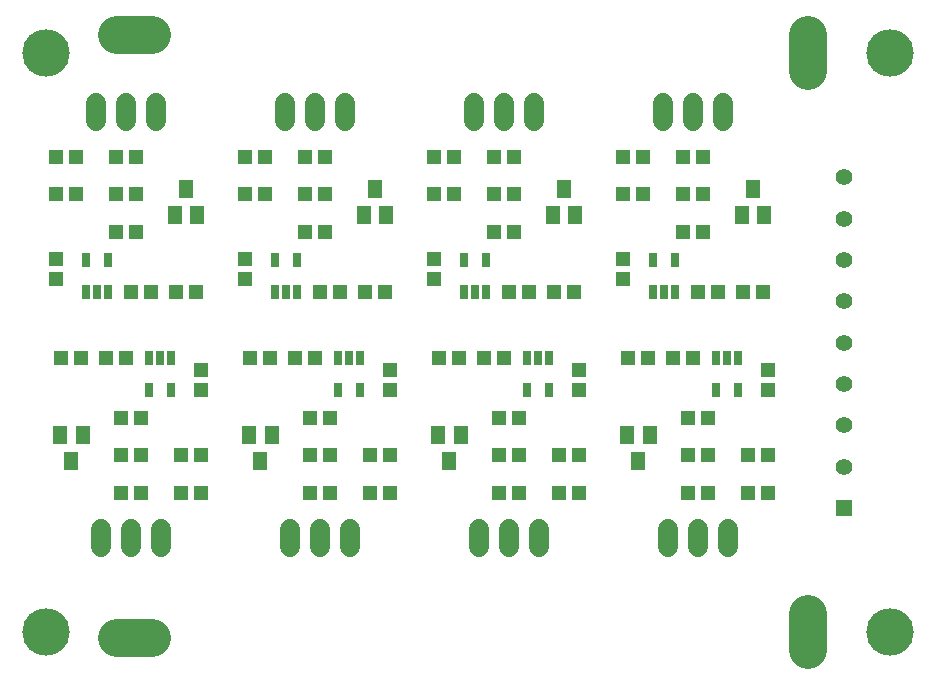
<source format=gts>
G75*
G70*
%OFA0B0*%
%FSLAX24Y24*%
%IPPOS*%
%LPD*%
%AMOC8*
5,1,8,0,0,1.08239X$1,22.5*
%
%ADD10C,0.1580*%
%ADD11R,0.0560X0.0560*%
%ADD12C,0.0560*%
%ADD13C,0.1265*%
%ADD14R,0.0474X0.0513*%
%ADD15C,0.0680*%
%ADD16R,0.0474X0.0631*%
%ADD17R,0.0316X0.0493*%
D10*
X001479Y001479D03*
X001479Y020770D03*
X029628Y020770D03*
X029628Y001479D03*
D11*
X028089Y005613D03*
D12*
X028089Y006991D03*
X028089Y008369D03*
X028089Y009746D03*
X028089Y011124D03*
X028089Y012502D03*
X028089Y013880D03*
X028089Y015258D03*
X028089Y016636D03*
D13*
X026872Y020178D02*
X026872Y021363D01*
X005024Y021361D02*
X003839Y021361D01*
X026872Y002071D02*
X026872Y000886D01*
X005024Y001282D02*
X003839Y001282D01*
D14*
X003991Y006113D03*
X004660Y006113D03*
X004660Y007363D03*
X003991Y007363D03*
X003991Y008613D03*
X004660Y008613D03*
X005991Y007363D03*
X006660Y007363D03*
X006660Y006113D03*
X005991Y006113D03*
X006650Y009528D03*
X006650Y010197D03*
X008290Y010613D03*
X008959Y010613D03*
X009790Y010613D03*
X010459Y010613D03*
X010290Y008613D03*
X010959Y008613D03*
X010959Y007363D03*
X010290Y007363D03*
X010290Y006113D03*
X010959Y006113D03*
X012290Y006113D03*
X012959Y006113D03*
X012959Y007363D03*
X012290Y007363D03*
X012949Y009528D03*
X012949Y010197D03*
X014589Y010613D03*
X015258Y010613D03*
X016089Y010613D03*
X016758Y010613D03*
X016589Y008613D03*
X017258Y008613D03*
X017258Y007363D03*
X016589Y007363D03*
X016589Y006113D03*
X017258Y006113D03*
X018589Y006113D03*
X019258Y006113D03*
X019258Y007363D03*
X018589Y007363D03*
X019249Y009528D03*
X019249Y010197D03*
X020888Y010613D03*
X021557Y010613D03*
X022388Y010613D03*
X023057Y010613D03*
X022888Y008613D03*
X023557Y008613D03*
X023557Y007363D03*
X022888Y007363D03*
X022888Y006113D03*
X023557Y006113D03*
X024888Y006113D03*
X025557Y006113D03*
X025557Y007363D03*
X024888Y007363D03*
X025548Y009528D03*
X025548Y010197D03*
X025376Y012817D03*
X024707Y012817D03*
X023876Y012817D03*
X023207Y012817D03*
X023376Y014817D03*
X022707Y014817D03*
X022707Y016067D03*
X023376Y016067D03*
X023376Y017317D03*
X022707Y017317D03*
X021376Y017317D03*
X020707Y017317D03*
X020707Y016067D03*
X021376Y016067D03*
X020717Y013902D03*
X020717Y013233D03*
X019077Y012817D03*
X018408Y012817D03*
X017577Y012817D03*
X016908Y012817D03*
X017077Y014817D03*
X016408Y014817D03*
X016408Y016067D03*
X017077Y016067D03*
X017077Y017317D03*
X016408Y017317D03*
X015077Y017317D03*
X014408Y017317D03*
X014408Y016067D03*
X015077Y016067D03*
X014418Y013902D03*
X014418Y013233D03*
X012778Y012817D03*
X012109Y012817D03*
X011278Y012817D03*
X010609Y012817D03*
X010778Y014817D03*
X010109Y014817D03*
X010109Y016067D03*
X010778Y016067D03*
X010778Y017317D03*
X010109Y017317D03*
X008778Y017317D03*
X008109Y017317D03*
X008109Y016067D03*
X008778Y016067D03*
X008118Y013902D03*
X008118Y013233D03*
X006479Y012817D03*
X005809Y012817D03*
X004979Y012817D03*
X004309Y012817D03*
X004479Y014817D03*
X003809Y014817D03*
X003809Y016067D03*
X004479Y016067D03*
X004479Y017317D03*
X003809Y017317D03*
X002479Y017317D03*
X001809Y017317D03*
X001809Y016067D03*
X002479Y016067D03*
X001819Y013902D03*
X001819Y013233D03*
X001991Y010613D03*
X002660Y010613D03*
X003491Y010613D03*
X004160Y010613D03*
D15*
X004325Y004913D02*
X004325Y004313D01*
X003325Y004313D02*
X003325Y004913D01*
X005325Y004913D02*
X005325Y004313D01*
X009624Y004313D02*
X009624Y004913D01*
X010624Y004913D02*
X010624Y004313D01*
X011624Y004313D02*
X011624Y004913D01*
X015924Y004913D02*
X015924Y004313D01*
X016924Y004313D02*
X016924Y004913D01*
X017924Y004913D02*
X017924Y004313D01*
X022223Y004313D02*
X022223Y004913D01*
X023223Y004913D02*
X023223Y004313D01*
X024223Y004313D02*
X024223Y004913D01*
X024042Y018517D02*
X024042Y019117D01*
X023042Y019117D02*
X023042Y018517D01*
X022042Y018517D02*
X022042Y019117D01*
X017743Y019117D02*
X017743Y018517D01*
X016743Y018517D02*
X016743Y019117D01*
X015743Y019117D02*
X015743Y018517D01*
X011443Y018517D02*
X011443Y019117D01*
X010443Y019117D02*
X010443Y018517D01*
X009443Y018517D02*
X009443Y019117D01*
X005144Y019117D02*
X005144Y018517D01*
X004144Y018517D02*
X004144Y019117D01*
X003144Y019117D02*
X003144Y018517D01*
D16*
X006144Y016250D03*
X005770Y015384D03*
X006518Y015384D03*
X012069Y015384D03*
X012817Y015384D03*
X012443Y016250D03*
X018369Y015384D03*
X019117Y015384D03*
X018743Y016250D03*
X024668Y015384D03*
X025416Y015384D03*
X025042Y016250D03*
X021597Y008046D03*
X020849Y008046D03*
X021223Y007180D03*
X015298Y008046D03*
X014550Y008046D03*
X014924Y007180D03*
X008998Y008046D03*
X008250Y008046D03*
X008624Y007180D03*
X002699Y008046D03*
X001951Y008046D03*
X002325Y007180D03*
D17*
X004911Y009541D03*
X005659Y009541D03*
X005659Y010604D03*
X005285Y010604D03*
X004911Y010604D03*
X003558Y012826D03*
X003184Y012826D03*
X002810Y012826D03*
X002810Y013889D03*
X003558Y013889D03*
X009109Y013889D03*
X009857Y013889D03*
X009857Y012826D03*
X009483Y012826D03*
X009109Y012826D03*
X011210Y010604D03*
X011584Y010604D03*
X011958Y010604D03*
X011958Y009541D03*
X011210Y009541D03*
X015409Y012826D03*
X015783Y012826D03*
X016157Y012826D03*
X016157Y013889D03*
X015409Y013889D03*
X017510Y010604D03*
X017884Y010604D03*
X018258Y010604D03*
X018258Y009541D03*
X017510Y009541D03*
X021708Y012826D03*
X022082Y012826D03*
X022456Y012826D03*
X022456Y013889D03*
X021708Y013889D03*
X023809Y010604D03*
X024183Y010604D03*
X024557Y010604D03*
X024557Y009541D03*
X023809Y009541D03*
M02*

</source>
